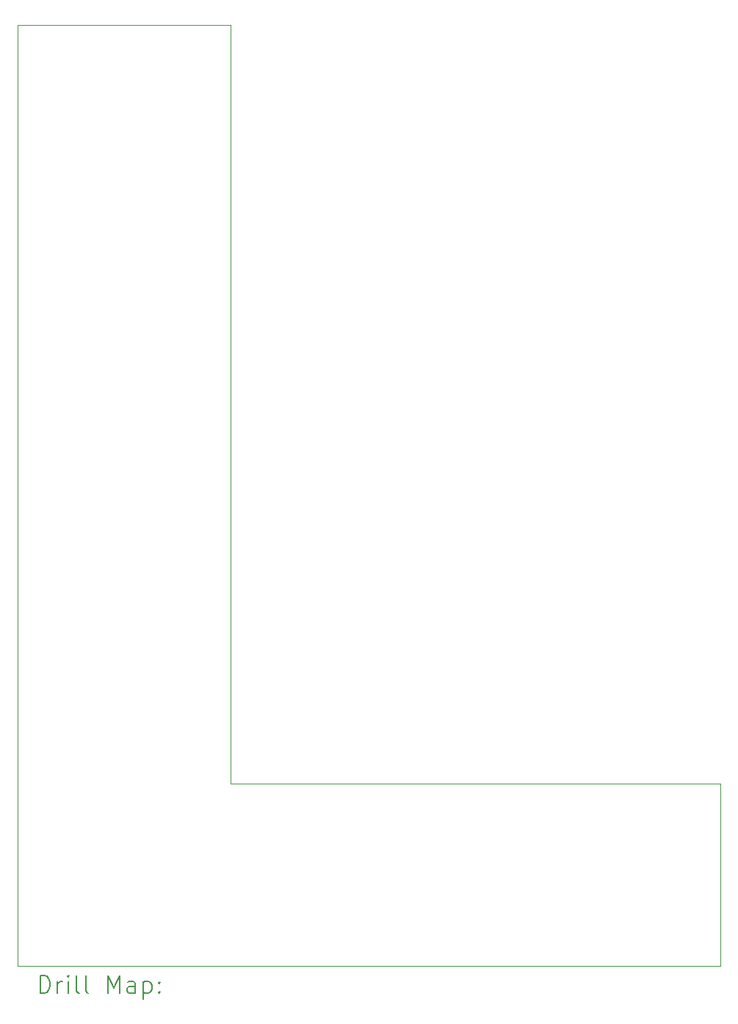
<source format=gbr>
%TF.GenerationSoftware,KiCad,Pcbnew,8.0.3-8.0.3-0~ubuntu20.04.1*%
%TF.CreationDate,2024-07-14T21:24:21+09:00*%
%TF.ProjectId,Gender_A7-100_ArduinoDUE,47656e64-6572-45f4-9137-2d3130305f41,rev?*%
%TF.SameCoordinates,Original*%
%TF.FileFunction,Drillmap*%
%TF.FilePolarity,Positive*%
%FSLAX45Y45*%
G04 Gerber Fmt 4.5, Leading zero omitted, Abs format (unit mm)*
G04 Created by KiCad (PCBNEW 8.0.3-8.0.3-0~ubuntu20.04.1) date 2024-07-14 21:24:21*
%MOMM*%
%LPD*%
G01*
G04 APERTURE LIST*
%ADD10C,0.050000*%
%ADD11C,0.200000*%
G04 APERTURE END LIST*
D10*
X9550000Y-4762500D02*
X9550000Y-15600000D01*
X17650000Y-15600000D02*
X17650000Y-13500000D01*
X12000000Y-13500000D02*
X12001500Y-4762500D01*
X9550000Y-15600000D02*
X17650000Y-15600000D01*
X12001500Y-4762500D02*
X9550000Y-4762500D01*
X17650000Y-13500000D02*
X12000000Y-13500000D01*
D11*
X9808277Y-15913984D02*
X9808277Y-15713984D01*
X9808277Y-15713984D02*
X9855896Y-15713984D01*
X9855896Y-15713984D02*
X9884467Y-15723508D01*
X9884467Y-15723508D02*
X9903515Y-15742555D01*
X9903515Y-15742555D02*
X9913039Y-15761603D01*
X9913039Y-15761603D02*
X9922563Y-15799698D01*
X9922563Y-15799698D02*
X9922563Y-15828269D01*
X9922563Y-15828269D02*
X9913039Y-15866365D01*
X9913039Y-15866365D02*
X9903515Y-15885412D01*
X9903515Y-15885412D02*
X9884467Y-15904460D01*
X9884467Y-15904460D02*
X9855896Y-15913984D01*
X9855896Y-15913984D02*
X9808277Y-15913984D01*
X10008277Y-15913984D02*
X10008277Y-15780650D01*
X10008277Y-15818746D02*
X10017801Y-15799698D01*
X10017801Y-15799698D02*
X10027324Y-15790174D01*
X10027324Y-15790174D02*
X10046372Y-15780650D01*
X10046372Y-15780650D02*
X10065420Y-15780650D01*
X10132086Y-15913984D02*
X10132086Y-15780650D01*
X10132086Y-15713984D02*
X10122563Y-15723508D01*
X10122563Y-15723508D02*
X10132086Y-15733031D01*
X10132086Y-15733031D02*
X10141610Y-15723508D01*
X10141610Y-15723508D02*
X10132086Y-15713984D01*
X10132086Y-15713984D02*
X10132086Y-15733031D01*
X10255896Y-15913984D02*
X10236848Y-15904460D01*
X10236848Y-15904460D02*
X10227324Y-15885412D01*
X10227324Y-15885412D02*
X10227324Y-15713984D01*
X10360658Y-15913984D02*
X10341610Y-15904460D01*
X10341610Y-15904460D02*
X10332086Y-15885412D01*
X10332086Y-15885412D02*
X10332086Y-15713984D01*
X10589229Y-15913984D02*
X10589229Y-15713984D01*
X10589229Y-15713984D02*
X10655896Y-15856841D01*
X10655896Y-15856841D02*
X10722563Y-15713984D01*
X10722563Y-15713984D02*
X10722563Y-15913984D01*
X10903515Y-15913984D02*
X10903515Y-15809222D01*
X10903515Y-15809222D02*
X10893991Y-15790174D01*
X10893991Y-15790174D02*
X10874944Y-15780650D01*
X10874944Y-15780650D02*
X10836848Y-15780650D01*
X10836848Y-15780650D02*
X10817801Y-15790174D01*
X10903515Y-15904460D02*
X10884467Y-15913984D01*
X10884467Y-15913984D02*
X10836848Y-15913984D01*
X10836848Y-15913984D02*
X10817801Y-15904460D01*
X10817801Y-15904460D02*
X10808277Y-15885412D01*
X10808277Y-15885412D02*
X10808277Y-15866365D01*
X10808277Y-15866365D02*
X10817801Y-15847317D01*
X10817801Y-15847317D02*
X10836848Y-15837793D01*
X10836848Y-15837793D02*
X10884467Y-15837793D01*
X10884467Y-15837793D02*
X10903515Y-15828269D01*
X10998753Y-15780650D02*
X10998753Y-15980650D01*
X10998753Y-15790174D02*
X11017801Y-15780650D01*
X11017801Y-15780650D02*
X11055896Y-15780650D01*
X11055896Y-15780650D02*
X11074944Y-15790174D01*
X11074944Y-15790174D02*
X11084467Y-15799698D01*
X11084467Y-15799698D02*
X11093991Y-15818746D01*
X11093991Y-15818746D02*
X11093991Y-15875888D01*
X11093991Y-15875888D02*
X11084467Y-15894936D01*
X11084467Y-15894936D02*
X11074944Y-15904460D01*
X11074944Y-15904460D02*
X11055896Y-15913984D01*
X11055896Y-15913984D02*
X11017801Y-15913984D01*
X11017801Y-15913984D02*
X10998753Y-15904460D01*
X11179705Y-15894936D02*
X11189229Y-15904460D01*
X11189229Y-15904460D02*
X11179705Y-15913984D01*
X11179705Y-15913984D02*
X11170182Y-15904460D01*
X11170182Y-15904460D02*
X11179705Y-15894936D01*
X11179705Y-15894936D02*
X11179705Y-15913984D01*
X11179705Y-15790174D02*
X11189229Y-15799698D01*
X11189229Y-15799698D02*
X11179705Y-15809222D01*
X11179705Y-15809222D02*
X11170182Y-15799698D01*
X11170182Y-15799698D02*
X11179705Y-15790174D01*
X11179705Y-15790174D02*
X11179705Y-15809222D01*
M02*

</source>
